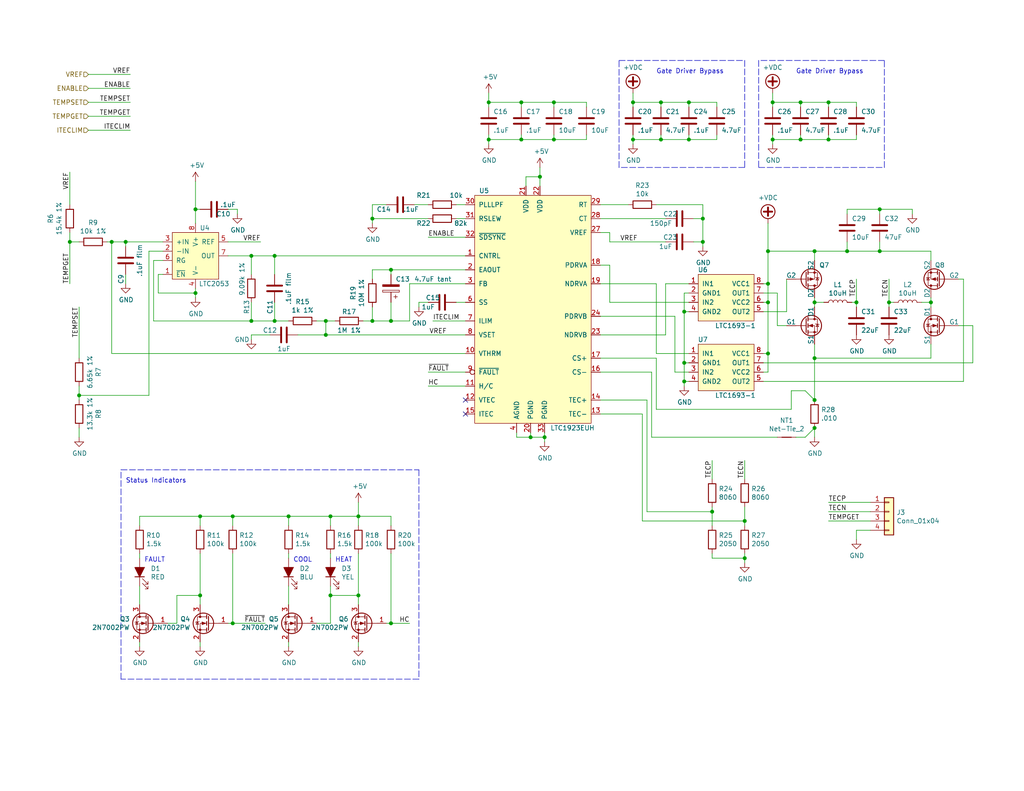
<source format=kicad_sch>
(kicad_sch (version 20211123) (generator eeschema)
  (paper "USLetter")
  (title_block (title "High Voltage / Current TEC Controller") (date "2021-05-01") (rev "A") (comment 1 "Max TEC output: 12v, 12A") (comment 2 "Temp range: -1 - 63ºC"))
  (lib_symbols
    (symbol "Connector_Generic:Conn_01x04" (pin_names (offset 1.016) hide)
      (property "Reference" "J" (at 0 5.08 0))
      (property "Value" "Conn_01x04" (at 0 -7.62 0))
      (symbol "Conn_01x04_1_1"
        (pin passive line (at -5.08 2.54 0) (length 3.81) (name "Pin_1") (number "1"))
        (pin passive line (at -5.08 0 0) (length 3.81) (name "Pin_2") (number "2"))
        (pin passive line (at -5.08 -2.54 0) (length 3.81) (name "Pin_3") (number "3"))
        (pin passive line (at -5.08 -5.08 0) (length 3.81) (name "Pin_4") (number "4"))
      )
    )
    (symbol "Device:C" (pin_numbers hide) (pin_names (offset 0.254))
      (property "Reference" "C" (at 0.635 2.54 0))
      (property "Value" "C" (at 0.635 -2.54 0))
      (symbol "C_1_1"
        (pin passive line (at 0 3.81 270) (length 2.794) (name "~") (number "1"))
        (pin passive line (at 0 -3.81 90) (length 2.794) (name "~") (number "2"))
      )
    )
    (symbol "Device:C_Polarized" (pin_numbers hide) (pin_names (offset 0.254))
      (property "Reference" "C" (at 0.635 2.54 0))
      (property "Value" "C_Polarized" (at 0.635 -2.54 0))
      (symbol "C_Polarized_1_1"
        (pin passive line (at 0 3.81 270) (length 2.794) (name "~") (number "1"))
        (pin passive line (at 0 -3.81 90) (length 2.794) (name "~") (number "2"))
      )
    )
    (symbol "Device:L" (pin_numbers hide) (pin_names (offset 1.016) hide)
      (property "Reference" "L" (at -1.27 0 90))
      (property "Value" "L" (at 1.905 0 90))
      (symbol "L_1_1"
        (pin passive line (at 0 3.81 270) (length 1.27) (name "1") (number "1"))
        (pin passive line (at 0 -3.81 90) (length 1.27) (name "2") (number "2"))
      )
    )
    (symbol "Device:LED_Filled" (pin_numbers hide) (pin_names (offset 1.016) hide)
      (property "Reference" "D" (at 0 2.54 0))
      (property "Value" "LED_Filled" (at 0 -2.54 0))
      (symbol "LED_Filled_1_1"
        (pin passive line (at -3.81 0 0) (length 2.54) (name "K") (number "1"))
        (pin passive line (at 3.81 0 180) (length 2.54) (name "A") (number "2"))
      )
    )
    (symbol "Device:NetTie_2" (pin_numbers hide) (pin_names (offset 0) hide)
      (property "Reference" "NT" (at 0 1.27 0))
      (property "Value" "NetTie_2" (at 0 -1.27 0))
      (symbol "NetTie_2_1_1"
        (pin passive line (at -2.54 0 0) (length 2.54) (name "1") (number "1"))
        (pin passive line (at 2.54 0 180) (length 2.54) (name "2") (number "2"))
      )
    )
    (symbol "Device:R" (pin_numbers hide) (pin_names (offset 0))
      (property "Reference" "R" (at 2.032 0 90))
      (property "Value" "R" (at 0 0 90))
      (symbol "R_1_1"
        (pin passive line (at 0 3.81 270) (length 1.27) (name "~") (number "1"))
        (pin passive line (at 0 -3.81 90) (length 1.27) (name "~") (number "2"))
      )
    )
    (symbol "Symbols:LTC1693-1" (pin_names (offset 1.016))
      (property "Reference" "U" (at -6.35 7.62 0))
      (property "Value" "LTC1693-1" (at 0 -7.62 0))
      (symbol "LTC1693-1_1_1"
        (pin input line (at -10.16 3.81 0) (length 2.54) (name "IN1") (number "1"))
        (pin power_in line (at -10.16 1.27 0) (length 2.54) (name "GND1") (number "2"))
        (pin input line (at -10.16 -1.27 0) (length 2.54) (name "IN2") (number "3"))
        (pin power_in line (at -10.16 -3.81 0) (length 2.54) (name "GND2") (number "4"))
        (pin output line (at 10.16 -3.81 180) (length 2.54) (name "OUT2") (number "5"))
        (pin power_in line (at 10.16 -1.27 180) (length 2.54) (name "VCC2") (number "6"))
        (pin output line (at 10.16 1.27 180) (length 2.54) (name "OUT1") (number "7"))
        (pin power_in line (at 10.16 3.81 180) (length 2.54) (name "VCC1") (number "8"))
      )
    )
    (symbol "Symbols:LTC1923EUH" (pin_names (offset 1.016))
      (property "Reference" "U" (at -12.7 33.02 0))
      (property "Value" "LTC1923EUH" (at 12.7 -33.02 0))
      (symbol "LTC1923EUH_1_1"
        (pin input line (at -17.78 15.24 0) (length 2.54) (name "CNTRL") (number "1"))
        (pin input line (at -17.78 -11.43 0) (length 2.54) (name "VTHRM") (number "10"))
        (pin open_collector line (at -17.78 -20.32 0) (length 2.54) (name "H/C") (number "11"))
        (pin output line (at -17.78 -24.13 0) (length 2.54) (name "VTEC") (number "12"))
        (pin input line (at 19.05 -27.94 180) (length 2.54) (name "TEC-") (number "13"))
        (pin input line (at 19.05 -24.13 180) (length 2.54) (name "TEC+") (number "14"))
        (pin output line (at -17.78 -27.94 0) (length 2.54) (name "ITEC") (number "15"))
        (pin input line (at 19.05 -16.51 180) (length 2.54) (name "CS-") (number "16"))
        (pin input line (at 19.05 -12.7 180) (length 2.54) (name "CS+") (number "17"))
        (pin output line (at 19.05 12.7 180) (length 2.54) (name "PDRVA") (number "18"))
        (pin output line (at 19.05 7.62 180) (length 2.54) (name "NDRVA") (number "19"))
        (pin output line (at -17.78 11.43 0) (length 2.54) (name "EAOUT") (number "2"))
        (pin power_in line (at 0 -33.02 90) (length 2.54) (name "PGND") (number "20"))
        (pin power_in line (at -1.27 34.29 270) (length 2.54) (name "VDD") (number "21"))
        (pin power_in line (at 2.54 34.29 270) (length 2.54) (name "VDD") (number "22"))
        (pin output line (at 19.05 -6.35 180) (length 2.54) (name "NDRVB") (number "23"))
        (pin output line (at 19.05 -1.27 180) (length 2.54) (name "PDRVB") (number "24"))
        (pin no_connect line (at 0 1.27 90) (length 2.54) hide (name "NC") (number "25"))
        (pin no_connect line (at 2.54 1.27 90) (length 2.54) hide (name "NC") (number "26"))
        (pin output line (at 19.05 21.59 180) (length 2.54) (name "VREF") (number "27"))
        (pin input line (at 19.05 25.4 180) (length 2.54) (name "CT") (number "28"))
        (pin input line (at 19.05 29.21 180) (length 2.54) (name "RT") (number "29"))
        (pin input line (at -17.78 7.62 0) (length 2.54) (name "FB") (number "3"))
        (pin input line (at -17.78 29.21 0) (length 2.54) (name "PLLLPF") (number "30"))
        (pin input line (at -17.78 25.4 0) (length 2.54) (name "RSLEW") (number "31"))
        (pin input line (at -17.78 20.32 0) (length 2.54) (name "~{SDSYNC}") (number "32"))
        (pin power_in line (at 3.81 -33.02 90) (length 2.54) (name "PGND") (number "33"))
        (pin power_in line (at -3.81 -33.02 90) (length 2.54) (name "AGND") (number "4"))
        (pin no_connect line (at -2.54 1.27 90) (length 2.54) hide (name "NC") (number "5"))
        (pin input line (at -17.78 2.54 0) (length 2.54) (name "SS") (number "6"))
        (pin input line (at -17.78 -2.54 0) (length 2.54) (name "ILIM") (number "7"))
        (pin input line (at -17.78 -6.35 0) (length 2.54) (name "VSET") (number "8"))
        (pin open_collector inverted (at -17.78 -16.51 0) (length 2.54) (name "~{FAULT}") (number "9"))
      )
    )
    (symbol "Symbols:LTC2053" (pin_names (offset 1.016))
      (property "Reference" "U" (at -5.08 7.62 0))
      (property "Value" "LTC2053" (at 5.08 -7.62 0))
      (symbol "LTC2053_1_1"
        (pin input line (at -8.89 -5.08 0) (length 2.54) (name "~{EN}") (number "1"))
        (pin input line (at -8.89 1.27 0) (length 2.54) (name "-IN") (number "2"))
        (pin input line (at -8.89 3.81 0) (length 2.54) (name "+IN") (number "3"))
        (pin power_in line (at 0 -8.89 90) (length 2.54) (name "V-") (number "4"))
        (pin input line (at 8.89 3.81 180) (length 2.54) (name "REF") (number "5"))
        (pin input line (at -8.89 -1.27 0) (length 2.54) (name "RG") (number "6"))
        (pin output line (at 8.89 0 180) (length 2.54) (name "OUT") (number "7"))
        (pin power_in line (at 0 8.89 270) (length 2.54) (name "V+") (number "8"))
      )
    )
    (symbol "Symbols:SQJ504EP" (pin_numbers hide) (pin_names (offset 0))
      (property "Reference" "Q" (at -3.81 -5.08 0))
      (property "Value" "SQJ504EP" (at -7.62 2.54 0))
      (symbol "SQJ504EP_1_1"
        (pin passive line (at 1.27 -12.7 90) (length 2.54) (name "S1") (number "1"))
        (pin input line (at -6.35 -7.62 0) (length 2.54) (name "G1") (number "2"))
        (pin passive line (at 1.27 10.16 270) (length 2.54) (name "S2") (number "3"))
        (pin input line (at -6.35 5.08 0) (length 2.54) (name "G2") (number "4"))
        (pin passive line (at 1.27 -2.54 270) (length 2.54) (name "D1") (number "5"))
        (pin passive line (at 1.27 0 90) (length 2.54) (name "D2") (number "6"))
      )
    )
    (symbol "Transistor_FET:2N7002" (pin_names hide)
      (property "Reference" "Q" (at 5.08 1.905 0))
      (property "Value" "2N7002" (at 5.08 0 0))
      (symbol "2N7002_1_1"
        (pin input line (at -5.08 0 0) (length 2.54) (name "G") (number "1"))
        (pin passive line (at 2.54 -5.08 90) (length 2.54) (name "S") (number "2"))
        (pin passive line (at 2.54 5.08 270) (length 2.54) (name "D") (number "3"))
      )
    )
    (symbol "power:+5V" (power) (pin_names (offset 0))
      (property "Value" "+5V" (at 0 3.556 0))
      (symbol "+5V_1_1"
        (pin power_in line (at 0 0 90) (length 0) hide (name "+5V") (number "1"))
      )
    )
    (symbol "power:+VDC" (power) (pin_names (offset 0))
      (property "Value" "+VDC" (at 0 6.35 0))
      (symbol "+VDC_1_1"
        (pin power_in line (at 0 0 90) (length 0) hide (name "+VDC") (number "1"))
      )
    )
    (symbol "power:GND" (power) (pin_names (offset 0))
      (property "Value" "GND" (at 0 -3.81 0))
      (symbol "GND_1_1"
        (pin power_in line (at 0 0 270) (length 0) hide (name "GND") (number "1"))
      )
    )
  )
  (junction (at 172.72 27.94))
  (junction (at 21.59 107.95))
  (junction (at 194.31 139.7))
  (junction (at 142.24 38.1))
  (junction (at 90.17 140.97))
  (junction (at 191.77 59.69))
  (junction (at 106.68 170.18))
  (junction (at 180.34 27.94))
  (junction (at 148.59 119.38))
  (junction (at 231.14 68.58))
  (junction (at 88.9 91.44))
  (junction (at 54.61 140.97))
  (junction (at 187.96 27.94))
  (junction (at 222.25 116.84))
  (junction (at 187.96 38.1))
  (junction (at 54.61 162.56))
  (junction (at 106.68 73.66))
  (junction (at 226.06 27.94))
  (junction (at 78.74 140.97))
  (junction (at 133.35 38.1))
  (junction (at 63.5 170.18))
  (junction (at 203.2 142.24))
  (junction (at 186.69 99.06))
  (junction (at 90.17 162.56))
  (junction (at 254 82.55))
  (junction (at 53.34 80.01))
  (junction (at 191.77 66.04))
  (junction (at 97.79 140.97))
  (junction (at 133.35 27.94))
  (junction (at 210.82 38.1))
  (junction (at 97.79 162.56))
  (junction (at 240.03 57.15))
  (junction (at 222.25 97.79))
  (junction (at 218.44 38.1))
  (junction (at 209.55 96.52))
  (junction (at 222.25 82.55))
  (junction (at 68.58 69.85))
  (junction (at 88.9 87.63))
  (junction (at 203.2 152.4))
  (junction (at 209.55 77.47))
  (junction (at 53.34 57.15))
  (junction (at 186.69 104.14))
  (junction (at 209.55 82.55))
  (junction (at 240.03 68.58))
  (junction (at 34.29 66.04))
  (junction (at 222.25 68.58))
  (junction (at 242.57 82.55))
  (junction (at 210.82 27.94))
  (junction (at 68.58 87.63))
  (junction (at 180.34 38.1))
  (junction (at 142.24 27.94))
  (junction (at 74.93 87.63))
  (junction (at 101.6 59.69))
  (junction (at 144.78 119.38))
  (junction (at 30.48 66.04))
  (junction (at 186.69 85.09))
  (junction (at 19.05 66.04))
  (junction (at 226.06 38.1))
  (junction (at 233.68 82.55))
  (junction (at 218.44 27.94))
  (junction (at 74.93 69.85))
  (junction (at 151.13 38.1))
  (junction (at 172.72 38.1))
  (junction (at 209.55 68.58))
  (junction (at 63.5 140.97))
  (junction (at 147.32 48.26))
  (junction (at 101.6 87.63))
  (junction (at 222.25 109.22))
  (junction (at 151.13 27.94))
  (junction (at 106.68 87.63))
  (no_connect (at 127 109.22))
  (no_connect (at 127 113.03))
  (wire (pts (xy 144.78 119.38) (xy 140.97 119.38)))
  (wire (pts (xy 233.68 82.55) (xy 233.68 83.82)))
  (wire (pts (xy 210.82 39.37) (xy 210.82 38.1)))
  (wire (pts (xy 179.07 96.52) (xy 187.96 96.52)))
  (wire (pts (xy 54.61 176.53) (xy 54.61 175.26)))
  (wire (pts (xy 210.82 38.1) (xy 218.44 38.1)))
  (wire (pts (xy 214.63 85.09) (xy 214.63 76.2)))
  (wire (pts (xy 172.72 39.37) (xy 172.72 38.1)))
  (wire (pts (xy 240.03 58.42) (xy 240.03 57.15)))
  (wire (pts (xy 186.69 104.14) (xy 186.69 99.06)))
  (wire (pts (xy 172.72 29.21) (xy 172.72 27.94)))
  (wire (pts (xy 111.76 77.47) (xy 111.76 87.63)))
  (wire (pts (xy 176.53 109.22) (xy 176.53 139.7)))
  (wire (pts (xy 218.44 38.1) (xy 218.44 36.83)))
  (wire (pts (xy 133.35 27.94) (xy 133.35 29.21)))
  (wire (pts (xy 222.25 68.58) (xy 231.14 68.58)))
  (wire (pts (xy 99.06 87.63) (xy 101.6 87.63)))
  (wire (pts (xy 222.25 109.22) (xy 222.25 97.79)))
  (wire (pts (xy 127 101.6) (xy 116.84 101.6)))
  (polyline (pts (xy 168.91 45.72) (xy 168.91 16.51)))
  (wire (pts (xy 187.96 99.06) (xy 186.69 99.06)))
  (wire (pts (xy 187.96 85.09) (xy 186.69 85.09)))
  (wire (pts (xy 45.72 170.18) (xy 48.26 170.18)))
  (polyline (pts (xy 203.2 16.51) (xy 203.2 45.72)))
  (wire (pts (xy 242.57 82.55) (xy 242.57 76.2)))
  (polyline (pts (xy 33.02 185.42) (xy 33.02 128.27)))
  (wire (pts (xy 191.77 55.88) (xy 191.77 59.69)))
  (wire (pts (xy 254 97.79) (xy 254 93.98)))
  (wire (pts (xy 177.8 101.6) (xy 163.83 101.6)))
  (wire (pts (xy 148.59 119.38) (xy 148.59 120.65)))
  (wire (pts (xy 38.1 151.13) (xy 38.1 152.4)))
  (wire (pts (xy 177.8 119.38) (xy 177.8 101.6)))
  (wire (pts (xy 186.69 99.06) (xy 186.69 85.09)))
  (wire (pts (xy 88.9 87.63) (xy 88.9 91.44)))
  (wire (pts (xy 53.34 57.15) (xy 53.34 49.53)))
  (wire (pts (xy 222.25 93.98) (xy 222.25 97.79)))
  (wire (pts (xy 163.83 63.5) (xy 166.37 63.5)))
  (wire (pts (xy 226.06 36.83) (xy 226.06 38.1)))
  (wire (pts (xy 163.83 113.03) (xy 175.26 113.03)))
  (wire (pts (xy 133.35 38.1) (xy 133.35 39.37)))
  (wire (pts (xy 127 105.41) (xy 116.84 105.41)))
  (wire (pts (xy 127 73.66) (xy 106.68 73.66)))
  (wire (pts (xy 203.2 142.24) (xy 203.2 143.51)))
  (wire (pts (xy 34.29 66.04) (xy 44.45 66.04)))
  (wire (pts (xy 203.2 138.43) (xy 203.2 142.24)))
  (wire (pts (xy 142.24 36.83) (xy 142.24 38.1)))
  (wire (pts (xy 78.74 140.97) (xy 63.5 140.97)))
  (wire (pts (xy 106.68 151.13) (xy 106.68 170.18)))
  (wire (pts (xy 208.28 82.55) (xy 209.55 82.55)))
  (wire (pts (xy 74.93 69.85) (xy 127 69.85)))
  (wire (pts (xy 208.28 77.47) (xy 209.55 77.47)))
  (wire (pts (xy 78.74 143.51) (xy 78.74 140.97)))
  (wire (pts (xy 105.41 170.18) (xy 106.68 170.18)))
  (wire (pts (xy 194.31 130.81) (xy 194.31 125.73)))
  (wire (pts (xy 231.14 68.58) (xy 231.14 66.04)))
  (wire (pts (xy 160.02 27.94) (xy 160.02 29.21)))
  (wire (pts (xy 208.28 85.09) (xy 214.63 85.09)))
  (wire (pts (xy 19.05 66.04) (xy 21.59 66.04)))
  (wire (pts (xy 187.96 38.1) (xy 195.58 38.1)))
  (wire (pts (xy 151.13 38.1) (xy 160.02 38.1)))
  (wire (pts (xy 54.61 143.51) (xy 54.61 140.97)))
  (wire (pts (xy 195.58 38.1) (xy 195.58 36.83)))
  (wire (pts (xy 21.59 105.41) (xy 21.59 107.95)))
  (wire (pts (xy 187.96 38.1) (xy 180.34 38.1)))
  (wire (pts (xy 74.93 87.63) (xy 78.74 87.63)))
  (wire (pts (xy 151.13 36.83) (xy 151.13 38.1)))
  (wire (pts (xy 140.97 119.38) (xy 140.97 118.11)))
  (wire (pts (xy 233.68 144.78) (xy 233.68 147.32)))
  (wire (pts (xy 179.07 97.79) (xy 179.07 111.76)))
  (wire (pts (xy 41.91 87.63) (xy 68.58 87.63)))
  (wire (pts (xy 212.09 80.01) (xy 212.09 88.9)))
  (wire (pts (xy 222.25 116.84) (xy 219.71 119.38)))
  (wire (pts (xy 133.35 36.83) (xy 133.35 38.1)))
  (wire (pts (xy 44.45 74.93) (xy 43.18 74.93)))
  (wire (pts (xy 133.35 38.1) (xy 142.24 38.1)))
  (wire (pts (xy 62.23 69.85) (xy 68.58 69.85)))
  (wire (pts (xy 186.69 105.41) (xy 186.69 104.14)))
  (wire (pts (xy 116.84 64.77) (xy 127 64.77)))
  (wire (pts (xy 265.43 88.9) (xy 265.43 99.06)))
  (wire (pts (xy 181.61 66.04) (xy 166.37 66.04)))
  (polyline (pts (xy 168.91 16.51) (xy 203.2 16.51)))
  (wire (pts (xy 53.34 80.01) (xy 53.34 81.28)))
  (wire (pts (xy 63.5 140.97) (xy 54.61 140.97)))
  (wire (pts (xy 209.55 96.52) (xy 209.55 101.6)))
  (wire (pts (xy 226.06 139.7) (xy 237.49 139.7)))
  (wire (pts (xy 231.14 68.58) (xy 240.03 68.58)))
  (wire (pts (xy 203.2 152.4) (xy 203.2 151.13)))
  (wire (pts (xy 226.06 38.1) (xy 233.68 38.1)))
  (wire (pts (xy 54.61 162.56) (xy 54.61 165.1)))
  (wire (pts (xy 184.15 101.6) (xy 187.96 101.6)))
  (wire (pts (xy 68.58 91.44) (xy 68.58 92.71)))
  (wire (pts (xy 147.32 50.8) (xy 147.32 48.26)))
  (wire (pts (xy 187.96 36.83) (xy 187.96 38.1)))
  (wire (pts (xy 97.79 140.97) (xy 97.79 137.16)))
  (wire (pts (xy 148.59 119.38) (xy 144.78 119.38)))
  (wire (pts (xy 189.23 59.69) (xy 191.77 59.69)))
  (wire (pts (xy 148.59 118.11) (xy 148.59 119.38)))
  (wire (pts (xy 147.32 48.26) (xy 147.32 45.72)))
  (wire (pts (xy 48.26 162.56) (xy 54.61 162.56)))
  (wire (pts (xy 254 68.58) (xy 254 71.12)))
  (polyline (pts (xy 33.02 128.27) (xy 114.3 128.27)))
  (wire (pts (xy 97.79 176.53) (xy 97.79 175.26)))
  (wire (pts (xy 163.83 97.79) (xy 179.07 97.79)))
  (wire (pts (xy 151.13 27.94) (xy 160.02 27.94)))
  (wire (pts (xy 233.68 82.55) (xy 233.68 76.2)))
  (wire (pts (xy 222.25 97.79) (xy 254 97.79)))
  (wire (pts (xy 127 77.47) (xy 111.76 77.47)))
  (wire (pts (xy 175.26 113.03) (xy 175.26 142.24)))
  (wire (pts (xy 63.5 143.51) (xy 63.5 140.97)))
  (wire (pts (xy 142.24 27.94) (xy 151.13 27.94)))
  (wire (pts (xy 90.17 152.4) (xy 90.17 151.13)))
  (wire (pts (xy 254 82.55) (xy 254 83.82)))
  (wire (pts (xy 106.68 87.63) (xy 111.76 87.63)))
  (wire (pts (xy 212.09 88.9) (xy 214.63 88.9)))
  (wire (pts (xy 133.35 27.94) (xy 142.24 27.94)))
  (wire (pts (xy 187.96 104.14) (xy 186.69 104.14)))
  (wire (pts (xy 203.2 153.67) (xy 203.2 152.4)))
  (wire (pts (xy 90.17 140.97) (xy 97.79 140.97)))
  (wire (pts (xy 90.17 170.18) (xy 90.17 162.56)))
  (wire (pts (xy 226.06 142.24) (xy 237.49 142.24)))
  (wire (pts (xy 62.23 170.18) (xy 63.5 170.18)))
  (polyline (pts (xy 203.2 45.72) (xy 168.91 45.72)))
  (wire (pts (xy 97.79 162.56) (xy 97.79 165.1)))
  (wire (pts (xy 24.13 31.75) (xy 35.56 31.75)))
  (wire (pts (xy 19.05 63.5) (xy 19.05 66.04)))
  (wire (pts (xy 21.59 107.95) (xy 40.64 107.95)))
  (wire (pts (xy 101.6 55.88) (xy 101.6 59.69)))
  (wire (pts (xy 38.1 176.53) (xy 38.1 175.26)))
  (wire (pts (xy 222.25 119.38) (xy 222.25 116.84)))
  (wire (pts (xy 106.68 140.97) (xy 97.79 140.97)))
  (wire (pts (xy 209.55 82.55) (xy 209.55 77.47)))
  (wire (pts (xy 106.68 170.18) (xy 111.76 170.18)))
  (wire (pts (xy 215.9 111.76) (xy 215.9 106.68)))
  (wire (pts (xy 251.46 82.55) (xy 254 82.55)))
  (wire (pts (xy 231.14 57.15) (xy 240.03 57.15)))
  (wire (pts (xy 63.5 170.18) (xy 72.39 170.18)))
  (polyline (pts (xy 114.3 185.42) (xy 33.02 185.42)))
  (wire (pts (xy 97.79 151.13) (xy 97.79 162.56)))
  (wire (pts (xy 184.15 86.36) (xy 163.83 86.36)))
  (wire (pts (xy 90.17 160.02) (xy 90.17 162.56)))
  (wire (pts (xy 186.69 85.09) (xy 186.69 80.01)))
  (wire (pts (xy 172.72 36.83) (xy 172.72 38.1)))
  (wire (pts (xy 240.03 66.04) (xy 240.03 68.58)))
  (wire (pts (xy 179.07 96.52) (xy 179.07 77.47)))
  (wire (pts (xy 172.72 27.94) (xy 172.72 25.4)))
  (wire (pts (xy 194.31 138.43) (xy 194.31 139.7)))
  (wire (pts (xy 203.2 130.81) (xy 203.2 125.73)))
  (wire (pts (xy 222.25 82.55) (xy 224.79 82.55)))
  (wire (pts (xy 209.55 68.58) (xy 222.25 68.58)))
  (wire (pts (xy 151.13 29.21) (xy 151.13 27.94)))
  (wire (pts (xy 97.79 143.51) (xy 97.79 140.97)))
  (wire (pts (xy 68.58 87.63) (xy 74.93 87.63)))
  (wire (pts (xy 44.45 71.12) (xy 41.91 71.12)))
  (wire (pts (xy 88.9 87.63) (xy 91.44 87.63)))
  (wire (pts (xy 144.78 118.11) (xy 144.78 119.38)))
  (wire (pts (xy 176.53 139.7) (xy 194.31 139.7)))
  (wire (pts (xy 101.6 87.63) (xy 106.68 87.63)))
  (wire (pts (xy 54.61 151.13) (xy 54.61 162.56)))
  (wire (pts (xy 127 82.55) (xy 124.46 82.55)))
  (wire (pts (xy 262.89 104.14) (xy 208.28 104.14)))
  (wire (pts (xy 106.68 143.51) (xy 106.68 140.97)))
  (wire (pts (xy 233.68 144.78) (xy 237.49 144.78)))
  (wire (pts (xy 222.25 83.82) (xy 222.25 82.55)))
  (wire (pts (xy 43.18 80.01) (xy 53.34 80.01)))
  (wire (pts (xy 34.29 74.93) (xy 34.29 77.47)))
  (wire (pts (xy 105.41 55.88) (xy 101.6 55.88)))
  (wire (pts (xy 209.55 82.55) (xy 209.55 96.52)))
  (wire (pts (xy 194.31 152.4) (xy 203.2 152.4)))
  (wire (pts (xy 232.41 82.55) (xy 233.68 82.55)))
  (wire (pts (xy 114.3 82.55) (xy 114.3 83.82)))
  (wire (pts (xy 180.34 38.1) (xy 180.34 36.83)))
  (wire (pts (xy 116.84 55.88) (xy 113.03 55.88)))
  (wire (pts (xy 40.64 68.58) (xy 44.45 68.58)))
  (wire (pts (xy 30.48 96.52) (xy 30.48 66.04)))
  (wire (pts (xy 133.35 27.94) (xy 133.35 25.4)))
  (wire (pts (xy 86.36 170.18) (xy 90.17 170.18)))
  (wire (pts (xy 48.26 170.18) (xy 48.26 162.56)))
  (wire (pts (xy 40.64 68.58) (xy 40.64 107.95)))
  (wire (pts (xy 166.37 66.04) (xy 166.37 63.5)))
  (wire (pts (xy 127 87.63) (xy 118.11 87.63)))
  (wire (pts (xy 181.61 91.44) (xy 163.83 91.44)))
  (wire (pts (xy 54.61 140.97) (xy 38.1 140.97)))
  (wire (pts (xy 53.34 78.74) (xy 53.34 80.01)))
  (polyline (pts (xy 241.3 45.72) (xy 241.3 16.51)))
  (wire (pts (xy 208.28 80.01) (xy 212.09 80.01)))
  (wire (pts (xy 29.21 66.04) (xy 30.48 66.04)))
  (wire (pts (xy 68.58 82.55) (xy 68.58 87.63)))
  (wire (pts (xy 127 59.69) (xy 124.46 59.69)))
  (wire (pts (xy 142.24 29.21) (xy 142.24 27.94)))
  (wire (pts (xy 226.06 27.94) (xy 226.06 29.21)))
  (wire (pts (xy 233.68 38.1) (xy 233.68 36.83)))
  (polyline (pts (xy 114.3 128.27) (xy 114.3 185.42)))
  (wire (pts (xy 166.37 82.55) (xy 187.96 82.55)))
  (wire (pts (xy 147.32 48.26) (xy 143.51 48.26)))
  (wire (pts (xy 189.23 66.04) (xy 191.77 66.04)))
  (wire (pts (xy 194.31 139.7) (xy 194.31 143.51)))
  (wire (pts (xy 30.48 66.04) (xy 34.29 66.04)))
  (wire (pts (xy 106.68 73.66) (xy 101.6 73.66)))
  (wire (pts (xy 21.59 116.84) (xy 21.59 119.38)))
  (wire (pts (xy 127 96.52) (xy 30.48 96.52)))
  (wire (pts (xy 143.51 48.26) (xy 143.51 50.8)))
  (wire (pts (xy 237.49 137.16) (xy 226.06 137.16)))
  (wire (pts (xy 53.34 57.15) (xy 54.61 57.15)))
  (wire (pts (xy 127 55.88) (xy 124.46 55.88)))
  (wire (pts (xy 219.71 119.38) (xy 217.17 119.38)))
  (wire (pts (xy 106.68 74.93) (xy 106.68 73.66)))
  (wire (pts (xy 226.06 38.1) (xy 218.44 38.1)))
  (wire (pts (xy 212.09 119.38) (xy 177.8 119.38)))
  (wire (pts (xy 166.37 82.55) (xy 166.37 72.39)))
  (wire (pts (xy 38.1 140.97) (xy 38.1 143.51)))
  (wire (pts (xy 248.92 57.15) (xy 248.92 58.42)))
  (wire (pts (xy 218.44 27.94) (xy 218.44 29.21)))
  (wire (pts (xy 218.44 27.94) (xy 226.06 27.94)))
  (wire (pts (xy 240.03 57.15) (xy 248.92 57.15)))
  (wire (pts (xy 62.23 66.04) (xy 71.12 66.04)))
  (wire (pts (xy 166.37 72.39) (xy 163.83 72.39)))
  (wire (pts (xy 34.29 67.31) (xy 34.29 66.04)))
  (wire (pts (xy 209.55 68.58) (xy 209.55 60.96)))
  (wire (pts (xy 175.26 142.24) (xy 203.2 142.24)))
  (wire (pts (xy 64.77 57.15) (xy 64.77 58.42)))
  (wire (pts (xy 186.69 80.01) (xy 187.96 80.01)))
  (wire (pts (xy 24.13 35.56) (xy 35.56 35.56)))
  (wire (pts (xy 209.55 77.47) (xy 209.55 68.58)))
  (wire (pts (xy 106.68 82.55) (xy 106.68 87.63)))
  (wire (pts (xy 63.5 151.13) (xy 63.5 170.18)))
  (wire (pts (xy 242.57 83.82) (xy 242.57 82.55)))
  (wire (pts (xy 262.89 76.2) (xy 262.89 104.14)))
  (wire (pts (xy 163.83 55.88) (xy 171.45 55.88)))
  (wire (pts (xy 74.93 74.93) (xy 74.93 69.85)))
  (wire (pts (xy 231.14 58.42) (xy 231.14 57.15)))
  (wire (pts (xy 68.58 69.85) (xy 74.93 69.85)))
  (wire (pts (xy 210.82 25.4) (xy 210.82 27.94)))
  (wire (pts (xy 90.17 162.56) (xy 97.79 162.56)))
  (wire (pts (xy 222.25 82.55) (xy 222.25 81.28)))
  (wire (pts (xy 219.71 106.68) (xy 215.9 106.68)))
  (wire (pts (xy 265.43 88.9) (xy 261.62 88.9)))
  (wire (pts (xy 81.28 91.44) (xy 88.9 91.44)))
  (wire (pts (xy 187.96 29.21) (xy 187.96 27.94)))
  (wire (pts (xy 41.91 71.12) (xy 41.91 87.63)))
  (wire (pts (xy 24.13 27.94) (xy 35.56 27.94)))
  (wire (pts (xy 160.02 38.1) (xy 160.02 36.83)))
  (wire (pts (xy 180.34 27.94) (xy 187.96 27.94)))
  (wire (pts (xy 191.77 66.04) (xy 191.77 67.31)))
  (wire (pts (xy 74.93 82.55) (xy 74.93 87.63)))
  (wire (pts (xy 21.59 107.95) (xy 21.59 109.22)))
  (wire (pts (xy 116.84 82.55) (xy 114.3 82.55)))
  (polyline (pts (xy 207.01 45.72) (xy 241.3 45.72)))
  (wire (pts (xy 62.23 57.15) (xy 64.77 57.15)))
  (wire (pts (xy 101.6 59.69) (xy 101.6 60.96)))
  (wire (pts (xy 191.77 59.69) (xy 191.77 66.04)))
  (wire (pts (xy 210.82 29.21) (xy 210.82 27.94)))
  (wire (pts (xy 208.28 99.06) (xy 265.43 99.06)))
  (wire (pts (xy 73.66 91.44) (xy 68.58 91.44)))
  (wire (pts (xy 88.9 91.44) (xy 127 91.44)))
  (wire (pts (xy 222.25 109.22) (xy 219.71 106.68)))
  (wire (pts (xy 179.07 111.76) (xy 215.9 111.76)))
  (wire (pts (xy 172.72 38.1) (xy 180.34 38.1)))
  (polyline (pts (xy 241.3 16.51) (xy 207.01 16.51)))
  (wire (pts (xy 86.36 87.63) (xy 88.9 87.63)))
  (wire (pts (xy 254 81.28) (xy 254 82.55)))
  (wire (pts (xy 53.34 60.96) (xy 53.34 57.15)))
  (wire (pts (xy 78.74 176.53) (xy 78.74 175.26)))
  (wire (pts (xy 90.17 143.51) (xy 90.17 140.97)))
  (polyline (pts (xy 207.01 16.51) (xy 207.01 45.72)))
  (wire (pts (xy 210.82 36.83) (xy 210.82 38.1)))
  (wire (pts (xy 222.25 71.12) (xy 222.25 68.58)))
  (wire (pts (xy 19.05 55.88) (xy 19.05 46.99)))
  (wire (pts (xy 194.31 151.13) (xy 194.31 152.4)))
  (wire (pts (xy 163.83 109.22) (xy 176.53 109.22)))
  (wire (pts (xy 68.58 74.93) (xy 68.58 69.85)))
  (wire (pts (xy 187.96 27.94) (xy 195.58 27.94)))
  (wire (pts (xy 195.58 29.21) (xy 195.58 27.94)))
  (wire (pts (xy 101.6 83.82) (xy 101.6 87.63)))
  (wire (pts (xy 242.57 82.55) (xy 243.84 82.55)))
  (wire (pts (xy 181.61 77.47) (xy 187.96 77.47)))
  (wire (pts (xy 240.03 68.58) (xy 254 68.58)))
  (wire (pts (xy 78.74 152.4) (xy 78.74 151.13)))
  (wire (pts (xy 184.15 101.6) (xy 184.15 86.36)))
  (wire (pts (xy 38.1 160.02) (xy 38.1 165.1)))
  (wire (pts (xy 209.55 101.6) (xy 208.28 101.6)))
  (wire (pts (xy 19.05 66.04) (xy 19.05 77.47)))
  (wire (pts (xy 179.07 77.47) (xy 163.83 77.47)))
  (wire (pts (xy 21.59 83.82) (xy 21.59 97.79)))
  (wire (pts (xy 209.55 96.52) (xy 208.28 96.52)))
  (wire (pts (xy 233.68 29.21) (xy 233.68 27.94)))
  (wire (pts (xy 78.74 160.02) (xy 78.74 165.1)))
  (wire (pts (xy 180.34 29.21) (xy 180.34 27.94)))
  (wire (pts (xy 262.89 76.2) (xy 261.62 76.2)))
  (wire (pts (xy 43.18 74.93) (xy 43.18 80.01)))
  (wire (pts (xy 24.13 24.13) (xy 35.56 24.13)))
  (wire (pts (xy 181.61 77.47) (xy 181.61 91.44)))
  (wire (pts (xy 172.72 27.94) (xy 180.34 27.94)))
  (wire (pts (xy 116.84 59.69) (xy 101.6 59.69)))
  (wire (pts (xy 210.82 27.94) (xy 218.44 27.94)))
  (wire (pts (xy 226.06 27.94) (xy 233.68 27.94)))
  (wire (pts (xy 163.83 59.69) (xy 181.61 59.69)))
  (wire (pts (xy 101.6 76.2) (xy 101.6 73.66)))
  (wire (pts (xy 179.07 55.88) (xy 191.77 55.88)))
  (wire (pts (xy 24.13 20.32) (xy 35.56 20.32)))
  (wire (pts (xy 78.74 140.97) (xy 90.17 140.97)))
  (wire (pts (xy 142.24 38.1) (xy 151.13 38.1)))
  (text "Gate Driver Bypass" (at 179.07 20.32 0) (effects (font (size 1.27 1.27)) (justify left bottom)))
  (text "COOL" (at 80.01 153.67 0) (effects (font (size 1.27 1.27)) (justify left bottom)))
  (text "Gate Driver Bypass" (at 217.17 20.32 0) (effects (font (size 1.27 1.27)) (justify left bottom)))
  (text "HEAT" (at 91.44 153.67 0) (effects (font (size 1.27 1.27)) (justify left bottom)))
  (text "Status Indicators" (at 34.29 132.08 0) (effects (font (size 1.27 1.27)) (justify left bottom)))
  (text "FAULT" (at 39.37 153.67 0) (effects (font (size 1.27 1.27)) (justify left bottom)))
  (label "HC" (at 111.76 170.18 180))
  (label "~{FAULT}" (at 72.39 170.18 180))
  (label "VREF" (at 173.99 66.04 180))
  (label "TECP" (at 226.06 137.16 0))
  (label "VREF" (at 71.12 66.04 180))
  (label "TECP" (at 194.31 125.73 270))
  (label "TEMPSET" (at 21.59 83.82 270))
  (label "TECN" (at 226.06 139.7 0))
  (label "TEMPSET" (at 35.56 27.94 180))
  (label "ITECLIM" (at 118.11 87.63 0))
  (label "ENABLE" (at 116.84 64.77 0))
  (label "TEMPGET" (at 226.06 142.24 0))
  (label "VREF" (at 19.05 46.99 270))
  (label "ITECLIM" (at 35.56 35.56 180))
  (label "TECN" (at 203.2 125.73 270))
  (label "TEMPGET" (at 19.05 77.47 90))
  (label "ENABLE" (at 35.56 24.13 180))
  (label "VREF" (at 35.56 20.32 180))
  (label "TECN" (at 242.57 76.2 270))
  (label "TECP" (at 233.68 76.2 270))
  (label "HC" (at 116.84 105.41 0))
  (label "VREF" (at 121.92 91.44 180))
  (label "~{FAULT}" (at 116.84 101.6 0))
  (label "TEMPGET" (at 35.56 31.75 180))
  (hierarchical_label "ITECLIM" (shape input) (at 24.13 35.56 180))
  (hierarchical_label "ENABLE" (shape input) (at 24.13 24.13 180))
  (hierarchical_label "VREF" (shape input) (at 24.13 20.32 180))
  (hierarchical_label "TEMPGET" (shape input) (at 24.13 31.75 180))
  (hierarchical_label "TEMPSET" (shape input) (at 24.13 27.94 180))
  (symbol (lib_id "Symbols:LTC1923EUH") (at 144.78 85.09 0) (unit 1)
    (property "Reference" "U5" (at 132.08 52.07 0))
    (property "Value" "LTC1923EUH" (at 156.21 116.84 0))
    (property "Footprint" "Package_DFN_QFN:QFN-32-1EP_5x5mm_P0.5mm_EP3.45x3.45mm_ThermalVias" (effects hide))
    (property "PartNo" "LTC1923EUH#PBF" (effects hide))
  )
  (symbol (lib_id "power:GND") (at 148.59 120.65 0) (unit 1)
    (property "Reference" "#PWR042" (effects hide))
    (property "Value" "GND" (at 148.717 125.0442 0))
  )
  (symbol (lib_id "Device:C") (at 133.35 33.02 180) (unit 1)
    (property "Reference" "C16" (at 134.62 30.48 0) (effects (justify right)))
    (property "Value" ".1uF" (at 134.62 35.56 0) (effects (justify right)))
    (property "Footprint" "Capacitor_SMD:C_0805_2012Metric" (effects hide))
    (property "PartNo" "VJ0805Y104KXXAT" (effects hide))
  )
  (symbol (lib_id "power:GND") (at 133.35 39.37 0) (unit 1)
    (property "Reference" "#PWR040" (effects hide))
    (property "Value" "GND" (at 133.477 43.7642 0))
  )
  (symbol (lib_id "Symbols:LTC1693-1") (at 198.12 81.28 0) (unit 1)
    (property "Reference" "U6" (at 191.77 73.66 0))
    (property "Value" "LTC1693-1" (at 200.66 88.9 0))
    (property "Footprint" "Package_SO:SO-8_3.9x4.9mm_P1.27mm" (effects hide))
    (property "PartNo" "LTC1693-1IS8#PBF" (effects hide))
  )
  (symbol (lib_id "power:+5V") (at 147.32 45.72 0) (unit 1)
    (property "Reference" "#PWR041" (effects hide))
    (property "Value" "+5V" (at 147.701 41.3258 0))
  )
  (symbol (lib_id "Device:C") (at 142.24 33.02 180) (unit 1)
    (property "Reference" "C17" (at 143.51 30.48 0) (effects (justify right)))
    (property "Value" ".1uF" (at 143.51 35.56 0) (effects (justify right)))
    (property "Footprint" "Capacitor_SMD:C_0805_2012Metric" (effects hide))
    (property "PartNo" "VJ0805Y104KXXAT" (effects hide))
  )
  (symbol (lib_id "Device:C") (at 151.13 33.02 180) (unit 1)
    (property "Reference" "C18" (at 152.4 30.48 0) (effects (justify right)))
    (property "Value" "10uF" (at 152.4 35.56 0) (effects (justify right)))
    (property "Footprint" "Capacitor_SMD:C_0805_2012Metric" (effects hide))
    (property "PartNo" "C2012X7S1E106K125AE" (effects hide))
  )
  (symbol (lib_id "Device:C") (at 160.02 33.02 180) (unit 1)
    (property "Reference" "C19" (at 161.29 30.48 0) (effects (justify right)))
    (property "Value" "10uF" (at 161.29 35.56 0) (effects (justify right)))
    (property "Footprint" "Capacitor_SMD:C_0805_2012Metric" (effects hide))
    (property "PartNo" "C2012X7S1E106K125AE" (effects hide))
  )
  (symbol (lib_id "power:+5V") (at 133.35 25.4 0) (unit 1)
    (property "Reference" "#PWR039" (effects hide))
    (property "Value" "+5V" (at 133.731 21.0058 0))
  )
  (symbol (lib_id "Symbols:LTC1693-1") (at 198.12 100.33 0) (unit 1)
    (property "Reference" "U7" (at 191.77 92.71 0))
    (property "Value" "LTC1693-1" (at 200.66 107.95 0))
    (property "Footprint" "Package_SO:SO-8_3.9x4.9mm_P1.27mm" (effects hide))
    (property "PartNo" "LTC1693-1IS8#PBF" (effects hide))
  )
  (symbol (lib_id "Device:R") (at 120.65 59.69 270) (unit 1)
    (property "Reference" "R22" (at 115.57 60.96 90))
    (property "Value" "82k" (at 125.73 60.96 90))
    (property "Footprint" "Resistor_SMD:R_0805_2012Metric" (effects hide))
    (property "PartNo" "ERJ-6ENF8202V" (effects hide))
  )
  (symbol (lib_id "power:GND") (at 101.6 60.96 0) (unit 1)
    (property "Reference" "#PWR037" (effects hide))
    (property "Value" "GND" (at 101.727 65.3542 0))
  )
  (symbol (lib_id "Device:C") (at 120.65 82.55 90) (unit 1)
    (property "Reference" "C15" (at 118.11 81.28 90))
    (property "Value" "1uF" (at 116.84 83.82 90))
    (property "Footprint" "Capacitor_SMD:C_0805_2012Metric" (effects hide))
    (property "PartNo" "UMF212B7105KGHT" (effects hide))
  )
  (symbol (lib_id "power:GND") (at 114.3 83.82 0) (unit 1)
    (property "Reference" "#PWR038" (effects hide))
    (property "Value" "GND" (at 114.427 88.2142 0))
  )
  (symbol (lib_id "Device:R") (at 175.26 55.88 270) (unit 1)
    (property "Reference" "R23" (at 175.26 50.6222 90))
    (property "Value" "10k" (at 175.26 52.9336 90))
    (property "Footprint" "Resistor_SMD:R_0805_2012Metric" (effects hide))
    (property "PartNo" "AC0805FR-0710KL" (effects hide))
  )
  (symbol (lib_id "Device:C") (at 185.42 59.69 90) (unit 1)
    (property "Reference" "C22" (at 182.88 58.42 90))
    (property "Value" "150pF" (at 180.34 60.96 90))
    (property "Footprint" "Capacitor_SMD:C_0805_2012Metric" (effects hide))
    (property "PartNo" "C0805C151J5GACTU" (effects hide))
  )
  (symbol (lib_id "power:GND") (at 191.77 67.31 0) (unit 1)
    (property "Reference" "#PWR046" (effects hide))
    (property "Value" "GND" (at 191.897 71.7042 0))
  )
  (symbol (lib_id "power:GND") (at 186.69 105.41 0) (unit 1)
    (property "Reference" "#PWR045" (effects hide))
    (property "Value" "GND" (at 186.817 109.8042 0))
  )
  (symbol (lib_id "Device:C") (at 185.42 66.04 90) (unit 1)
    (property "Reference" "C23" (at 182.88 64.77 90))
    (property "Value" "1uF" (at 181.61 67.31 90))
    (property "Footprint" "Capacitor_SMD:C_0805_2012Metric" (effects hide))
    (property "PartNo" "UMF212B7105KGHT" (effects hide))
  )
  (symbol (lib_id "power:GND") (at 97.79 176.53 0) (unit 1)
    (property "Reference" "#PWR036" (effects hide))
    (property "Value" "GND" (at 97.917 180.9242 0))
  )
  (symbol (lib_id "power:GND") (at 78.74 176.53 0) (unit 1)
    (property "Reference" "#PWR034" (effects hide))
    (property "Value" "GND" (at 78.867 180.9242 0))
  )
  (symbol (lib_id "Device:LED_Filled") (at 90.17 156.21 90) (unit 1)
    (property "Reference" "D3" (at 93.1672 155.2194 90) (effects (justify right)))
    (property "Value" "YEL" (at 93.1672 157.5308 90) (effects (justify right)))
    (property "Footprint" "LED_SMD:LED_0805_2012Metric" (effects hide))
    (property "PartNo" "SM0805YCL" (effects hide))
  )
  (symbol (lib_id "Device:R") (at 97.79 147.32 180) (unit 1)
    (property "Reference" "R18" (at 99.568 146.1516 0) (effects (justify right)))
    (property "Value" "100k" (at 99.568 148.463 0) (effects (justify right)))
    (property "Footprint" "Resistor_SMD:R_0805_2012Metric" (effects hide))
    (property "PartNo" "RC0805FR-07100KL" (effects hide))
  )
  (symbol (lib_id "power:+5V") (at 97.79 137.16 0) (unit 1)
    (property "Reference" "#PWR035" (effects hide))
    (property "Value" "+5V" (at 98.171 132.7658 0))
  )
  (symbol (lib_id "Device:C") (at 172.72 33.02 180) (unit 1)
    (property "Reference" "C20" (at 173.99 30.48 0) (effects (justify right)))
    (property "Value" ".1uF" (at 173.99 35.56 0) (effects (justify right)))
    (property "Footprint" "Capacitor_SMD:C_0805_2012Metric" (effects hide))
    (property "PartNo" "VJ0805Y104KXXAT" (effects hide))
  )
  (symbol (lib_id "Device:C") (at 180.34 33.02 180) (unit 1)
    (property "Reference" "C21" (at 181.61 30.48 0) (effects (justify right)))
    (property "Value" "4.7uF" (at 181.61 35.56 0) (effects (justify right)))
    (property "Footprint" "Capacitor_SMD:C_0805_2012Metric" (effects hide))
    (property "PartNo" "C0805C475K3RACTU" (effects hide))
  )
  (symbol (lib_id "Device:C") (at 187.96 33.02 180) (unit 1)
    (property "Reference" "C24" (at 189.23 30.48 0) (effects (justify right)))
    (property "Value" ".1uF" (at 189.23 35.56 0) (effects (justify right)))
    (property "Footprint" "Capacitor_SMD:C_0805_2012Metric" (effects hide))
    (property "PartNo" "VJ0805Y104KXXAT" (effects hide))
  )
  (symbol (lib_id "Device:C") (at 195.58 33.02 180) (unit 1)
    (property "Reference" "C25" (at 196.85 30.48 0) (effects (justify right)))
    (property "Value" "4.7uF" (at 196.85 35.56 0) (effects (justify right)))
    (property "Footprint" "Capacitor_SMD:C_0805_2012Metric" (effects hide))
    (property "PartNo" "C0805C475K3RACTU" (effects hide))
  )
  (symbol (lib_id "Device:R") (at 106.68 147.32 180) (unit 1)
    (property "Reference" "R20" (at 108.458 146.1516 0) (effects (justify right)))
    (property "Value" "100k" (at 108.458 148.463 0) (effects (justify right)))
    (property "Footprint" "Resistor_SMD:R_0805_2012Metric" (effects hide))
    (property "PartNo" "RC0805FR-07100KL" (effects hide))
  )
  (symbol (lib_id "Device:R") (at 90.17 147.32 180) (unit 1)
    (property "Reference" "R16" (at 91.948 146.1516 0) (effects (justify right)))
    (property "Value" "1.5k" (at 91.948 148.463 0) (effects (justify right)))
    (property "Footprint" "Resistor_SMD:R_0805_2012Metric" (effects hide))
    (property "PartNo" "CR0805-FX-1501ELF" (effects hide))
  )
  (symbol (lib_id "power:GND") (at 172.72 39.37 0) (unit 1)
    (property "Reference" "#PWR044" (effects hide))
    (property "Value" "GND" (at 172.847 43.7642 0))
  )
  (symbol (lib_id "Device:LED_Filled") (at 78.74 156.21 90) (unit 1)
    (property "Reference" "D2" (at 81.7372 155.2194 90) (effects (justify right)))
    (property "Value" "BLU" (at 81.7372 157.5308 90) (effects (justify right)))
    (property "Footprint" "LED_SMD:LED_0805_2012Metric" (effects hide))
    (property "PartNo" "5973605607F" (effects hide))
  )
  (symbol (lib_id "Device:R") (at 78.74 147.32 180) (unit 1)
    (property "Reference" "R14" (at 80.518 146.1516 0) (effects (justify right)))
    (property "Value" "1.5k" (at 80.518 148.463 0) (effects (justify right)))
    (property "Footprint" "Resistor_SMD:R_0805_2012Metric" (effects hide))
    (property "PartNo" "CR0805-FX-1501ELF" (effects hide))
  )
  (symbol (lib_id "Device:C") (at 210.82 33.02 180) (unit 1)
    (property "Reference" "C26" (at 212.09 30.48 0) (effects (justify right)))
    (property "Value" ".1uF" (at 212.09 35.56 0) (effects (justify right)))
    (property "Footprint" "Capacitor_SMD:C_0805_2012Metric" (effects hide))
    (property "PartNo" "VJ0805Y104KXXAT" (effects hide))
  )
  (symbol (lib_id "Device:C") (at 218.44 33.02 180) (unit 1)
    (property "Reference" "C27" (at 219.71 30.48 0) (effects (justify right)))
    (property "Value" "4.7uF" (at 219.71 35.56 0) (effects (justify right)))
    (property "Footprint" "Capacitor_SMD:C_0805_2012Metric" (effects hide))
    (property "PartNo" "C0805C475K3RACTU" (effects hide))
  )
  (symbol (lib_id "Device:C") (at 226.06 33.02 180) (unit 1)
    (property "Reference" "C28" (at 227.33 30.48 0) (effects (justify right)))
    (property "Value" ".1uF" (at 227.33 35.56 0) (effects (justify right)))
    (property "Footprint" "Capacitor_SMD:C_0805_2012Metric" (effects hide))
    (property "PartNo" "VJ0805Y104KXXAT" (effects hide))
  )
  (symbol (lib_id "Device:C") (at 233.68 33.02 180) (unit 1)
    (property "Reference" "C30" (at 234.95 30.48 0) (effects (justify right)))
    (property "Value" "4.7uF" (at 234.95 35.56 0) (effects (justify right)))
    (property "Footprint" "Capacitor_SMD:C_0805_2012Metric" (effects hide))
    (property "PartNo" "C0805C475K3RACTU" (effects hide))
  )
  (symbol (lib_id "power:GND") (at 210.82 39.37 0) (unit 1)
    (property "Reference" "#PWR050" (effects hide))
    (property "Value" "GND" (at 210.947 43.7642 0))
  )
  (symbol (lib_id "Device:R") (at 63.5 147.32 180) (unit 1)
    (property "Reference" "R12" (at 65.278 146.1516 0) (effects (justify right)))
    (property "Value" "100k" (at 65.278 148.463 0) (effects (justify right)))
    (property "Footprint" "Resistor_SMD:R_0805_2012Metric" (effects hide))
    (property "PartNo" "RC0805FR-07100KL" (effects hide))
  )
  (symbol (lib_id "Device:R") (at 54.61 147.32 180) (unit 1)
    (property "Reference" "R11" (at 56.388 146.1516 0) (effects (justify right)))
    (property "Value" "100k" (at 56.388 148.463 0) (effects (justify right)))
    (property "Footprint" "Resistor_SMD:R_0805_2012Metric" (effects hide))
    (property "PartNo" "RC0805FR-07100KL" (effects hide))
  )
  (symbol (lib_id "power:GND") (at 54.61 176.53 0) (unit 1)
    (property "Reference" "#PWR031" (effects hide))
    (property "Value" "GND" (at 54.737 180.9242 0))
  )
  (symbol (lib_id "power:GND") (at 38.1 176.53 0) (unit 1)
    (property "Reference" "#PWR028" (effects hide))
    (property "Value" "GND" (at 38.227 180.9242 0))
  )
  (symbol (lib_id "Device:LED_Filled") (at 38.1 156.21 90) (unit 1)
    (property "Reference" "D1" (at 41.0972 155.2194 90) (effects (justify right)))
    (property "Value" "RED" (at 41.0972 157.5308 90) (effects (justify right)))
    (property "Footprint" "LED_SMD:LED_0805_2012Metric" (effects hide))
    (property "PartNo" "APT2012LSECK/J3-PRV" (effects hide))
  )
  (symbol (lib_id "Device:R") (at 38.1 147.32 180) (unit 1)
    (property "Reference" "R10" (at 39.878 146.1516 0) (effects (justify right)))
    (property "Value" "1.5k" (at 39.878 148.463 0) (effects (justify right)))
    (property "Footprint" "Resistor_SMD:R_0805_2012Metric" (effects hide))
    (property "PartNo" "CR0805-FX-1501ELF" (effects hide))
  )
  (symbol (lib_id "Symbols:SQJ504EP") (at 220.98 81.28 0) (unit 1)
    (property "Reference" "Q7" (at 223.52 72.39 0) (effects (justify left)))
    (property "Value" "SQJ504EP" (effects hide))
    (property "Footprint" "Package_SO:PowerPAK_SO-8_Dual" (effects hide))
    (property "Datasheet" "https://www.mouser.com/datasheet/2/427/sqj504ep-1766485.pdf" (effects hide))
    (property "PartNo" "SQJ504EP-T1_GE3" (effects hide))
  )
  (symbol (lib_id "Symbols:SQJ504EP") (at 255.27 81.28 0) (mirror y) (unit 1)
    (property "Reference" "Q8" (at 257.81 72.39 0) (effects (justify left)))
    (property "Value" "SQJ504EP" (effects hide))
    (property "Footprint" "Package_SO:PowerPAK_SO-8_Dual" (effects hide))
    (property "Datasheet" "https://www.mouser.com/datasheet/2/427/sqj504ep-1766485.pdf" (effects hide))
    (property "PartNo" "SQJ504EP-T1_GE3" (effects hide))
  )
  (symbol (lib_id "Device:R") (at 21.59 113.03 180) (unit 1)
    (property "Reference" "R8" (at 26.8478 113.03 90))
    (property "Value" "13.3k 1%" (at 24.5364 113.03 90))
    (property "Footprint" "Resistor_SMD:R_0805_2012Metric" (effects hide))
    (property "PartNo" "CRCW080513K3FKEA" (effects hide))
  )
  (symbol (lib_id "Device:R") (at 21.59 101.6 180) (unit 1)
    (property "Reference" "R7" (at 26.8478 101.6 90))
    (property "Value" "6.65k 1%" (at 24.5364 101.6 90))
    (property "Footprint" "Resistor_SMD:R_0805_2012Metric" (effects hide))
    (property "PartNo" "ERJ-6ENF6651V" (effects hide))
  )
  (symbol (lib_id "power:GND") (at 21.59 119.38 0) (unit 1)
    (property "Reference" "#PWR026" (effects hide))
    (property "Value" "GND" (at 21.717 123.7742 0))
  )
  (symbol (lib_id "Device:C") (at 231.14 62.23 180) (unit 1)
    (property "Reference" "C29" (at 232.41 59.69 0) (effects (justify right)))
    (property "Value" "10uF" (at 232.41 64.77 0) (effects (justify right)))
    (property "Footprint" "Capacitor_SMD:C_0805_2012Metric" (effects hide))
    (property "PartNo" "C2012X7S1E106K125AE" (effects hide))
  )
  (symbol (lib_id "Device:C") (at 240.03 62.23 180) (unit 1)
    (property "Reference" "C32" (at 241.3 59.69 0) (effects (justify right)))
    (property "Value" "47uF" (at 241.3 64.77 0) (effects (justify right)))
    (property "Footprint" "Capacitor_SMD:C_1206_3216Metric" (effects hide))
    (property "PartNo" "C3216X5R1E476M160AC" (effects hide))
  )
  (symbol (lib_id "power:GND") (at 248.92 58.42 0) (unit 1)
    (property "Reference" "#PWR055" (effects hide))
    (property "Value" "GND" (at 249.047 62.8142 0))
  )
  (symbol (lib_id "Device:L") (at 228.6 82.55 90) (unit 1)
    (property "Reference" "L1" (at 228.6 77.724 90))
    (property "Value" "10uH" (at 228.6 80.0354 90))
    (property "Footprint" "Footprints:L_Pulse_PA4343_2" (effects hide))
    (property "PartNo" "PA4343.103ANLT" (effects hide))
  )
  (symbol (lib_id "Device:L") (at 247.65 82.55 90) (unit 1)
    (property "Reference" "L2" (at 247.65 77.724 90))
    (property "Value" "10uH" (at 247.65 80.0354 90))
    (property "Footprint" "Footprints:L_Pulse_PA4343_2" (effects hide))
    (property "PartNo" "PA4343.103ANLT" (effects hide))
  )
  (symbol (lib_id "Device:C") (at 233.68 87.63 180) (unit 1)
    (property "Reference" "C31" (at 234.95 85.09 0) (effects (justify right)))
    (property "Value" "22uF" (at 234.95 90.17 0) (effects (justify right)))
    (property "Footprint" "Capacitor_SMD:C_1206_3216Metric" (effects hide))
    (property "PartNo" "12063D226MAT2A" (effects hide))
  )
  (symbol (lib_id "Device:C") (at 242.57 87.63 180) (unit 1)
    (property "Reference" "C33" (at 243.84 85.09 0) (effects (justify right)))
    (property "Value" "22uF" (at 243.84 90.17 0) (effects (justify right)))
    (property "Footprint" "Capacitor_SMD:C_1206_3216Metric" (effects hide))
    (property "PartNo" "12063D226MAT2A" (effects hide))
  )
  (symbol (lib_id "power:GND") (at 242.57 91.44 0) (unit 1)
    (property "Reference" "#PWR054" (effects hide))
    (property "Value" "GND" (at 242.697 95.8342 0))
  )
  (symbol (lib_id "power:GND") (at 233.68 91.44 0) (unit 1)
    (property "Reference" "#PWR052" (effects hide))
    (property "Value" "GND" (at 233.807 95.8342 0))
  )
  (symbol (lib_id "power:+VDC") (at 210.82 25.4 0) (unit 1)
    (property "Reference" "#PWR049" (effects hide))
    (property "Value" "+VDC" (at 210.82 18.415 0))
  )
  (symbol (lib_id "power:+VDC") (at 172.72 25.4 0) (unit 1)
    (property "Reference" "#PWR043" (effects hide))
    (property "Value" "+VDC" (at 172.72 18.415 0))
  )
  (symbol (lib_id "power:+VDC") (at 209.55 60.96 0) (unit 1)
    (property "Reference" "#PWR048" (effects hide))
    (property "Value" "+VDC" (at 209.55 53.975 0))
  )
  (symbol (lib_id "Device:R") (at 222.25 113.03 180) (unit 1)
    (property "Reference" "R28" (at 224.028 111.8616 0) (effects (justify right)))
    (property "Value" ".010" (at 224.028 114.173 0) (effects (justify right)))
    (property "Footprint" "Resistor_SMD:R_2010_5025Metric" (effects hide))
    (property "PartNo" "TLR2HWDTE10L0F75" (effects hide))
  )
  (symbol (lib_id "power:GND") (at 222.25 119.38 0) (unit 1)
    (property "Reference" "#PWR051" (effects hide))
    (property "Value" "GND" (at 222.377 123.7742 0))
  )
  (symbol (lib_id "Symbols:LTC2053") (at 53.34 69.85 0) (unit 1)
    (property "Reference" "U4" (at 55.88 62.23 0))
    (property "Value" "LTC2053" (at 58.42 77.47 0))
    (property "Footprint" "Package_SO:MSOP-8_3x3mm_P0.65mm" (effects hide))
    (property "PartNo" "LTC2053IMS8#PBF" (effects hide))
  )
  (symbol (lib_id "Device:R") (at 194.31 134.62 180) (unit 1)
    (property "Reference" "R24" (at 196.088 133.4516 0) (effects (justify right)))
    (property "Value" "8060" (at 196.088 135.763 0) (effects (justify right)))
    (property "Footprint" "Resistor_SMD:R_0805_2012Metric" (effects hide))
    (property "PartNo" "CR0805-FX-8061ELF" (effects hide))
  )
  (symbol (lib_id "Device:R") (at 203.2 134.62 180) (unit 1)
    (property "Reference" "R26" (at 204.978 133.4516 0) (effects (justify right)))
    (property "Value" "8060" (at 204.978 135.763 0) (effects (justify right)))
    (property "Footprint" "Resistor_SMD:R_0805_2012Metric" (effects hide))
    (property "PartNo" "CR0805-FX-8061ELF" (effects hide))
  )
  (symbol (lib_id "Device:R") (at 194.31 147.32 180) (unit 1)
    (property "Reference" "R25" (at 196.088 146.1516 0) (effects (justify right)))
    (property "Value" "2050" (at 196.088 148.463 0) (effects (justify right)))
    (property "Footprint" "Resistor_SMD:R_0805_2012Metric" (effects hide))
    (property "PartNo" "CR0805-FX-2051ELF" (effects hide))
  )
  (symbol (lib_id "Device:R") (at 203.2 147.32 180) (unit 1)
    (property "Reference" "R27" (at 204.978 146.1516 0) (effects (justify right)))
    (property "Value" "2050" (at 204.978 148.463 0) (effects (justify right)))
    (property "Footprint" "Resistor_SMD:R_0805_2012Metric" (effects hide))
    (property "PartNo" "CR0805-FX-2051ELF" (effects hide))
  )
  (symbol (lib_id "power:GND") (at 203.2 153.67 0) (unit 1)
    (property "Reference" "#PWR047" (effects hide))
    (property "Value" "GND" (at 203.327 158.0642 0))
  )
  (symbol (lib_id "power:+5V") (at 53.34 49.53 0) (unit 1)
    (property "Reference" "#PWR029" (effects hide))
    (property "Value" "+5V" (at 53.721 45.1358 0))
  )
  (symbol (lib_id "Device:C") (at 58.42 57.15 270) (unit 1)
    (property "Reference" "C10" (at 60.96 58.42 90))
    (property "Value" ".1uF" (at 62.23 55.88 90))
    (property "Footprint" "Capacitor_SMD:C_0805_2012Metric" (effects hide))
    (property "PartNo" "VJ0805Y104KXXAT" (effects hide))
  )
  (symbol (lib_id "power:GND") (at 64.77 58.42 0) (unit 1)
    (property "Reference" "#PWR032" (effects hide))
    (property "Value" "GND" (at 64.897 62.8142 0))
  )
  (symbol (lib_id "power:GND") (at 53.34 81.28 0) (unit 1)
    (property "Reference" "#PWR030" (effects hide))
    (property "Value" "GND" (at 53.467 85.6742 0))
  )
  (symbol (lib_id "Device:NetTie_2") (at 214.63 119.38 0) (unit 1)
    (property "Reference" "NT1" (at 214.63 114.7826 0))
    (property "Value" "Net-Tie_2" (at 214.63 117.094 0))
    (property "Footprint" "NetTie:NetTie-2_SMD_Pad0.5mm" (effects hide))
  )
  (symbol (lib_id "Device:R") (at 68.58 78.74 0) (unit 1)
    (property "Reference" "R13" (at 67.31 83.82 90))
    (property "Value" "9.09k 1%" (at 66.04 76.2 90))
    (property "Footprint" "Resistor_SMD:R_0805_2012Metric" (effects hide))
    (property "PartNo" "ERJ-6ENF9091V" (effects hide))
  )
  (symbol (lib_id "Device:C") (at 74.93 78.74 0) (unit 1)
    (property "Reference" "C11" (at 73.66 83.82 90))
    (property "Value" ".1uF film" (at 78.74 78.74 90))
    (property "Footprint" "Capacitor_SMD:C_0805_2012Metric" (effects hide))
    (property "PartNo" "FCA0805C104M-J2" (effects hide))
  )
  (symbol (lib_id "Device:C_Polarized") (at 106.68 78.74 180) (unit 1)
    (property "Reference" "C13" (at 107.95 76.2 0) (effects (justify right)))
    (property "Value" "4.7uF tant" (at 113.03 76.2 0) (effects (justify right)))
    (property "Footprint" "Capacitor_SMD:C_0805_2012Metric" (effects hide))
    (property "PartNo" "T529P475M025AAE300" (effects hide))
  )
  (symbol (lib_id "Device:R") (at 101.6 80.01 0) (unit 1)
    (property "Reference" "R19" (at 96.3422 80.01 90))
    (property "Value" "10M 1%" (at 98.6536 80.01 90))
    (property "Footprint" "Resistor_SMD:R_0805_2012Metric" (effects hide))
    (property "PartNo" "CRCW080510M0FKEAC" (effects hide))
  )
  (symbol (lib_id "Device:R") (at 95.25 87.63 270) (unit 1)
    (property "Reference" "R17" (at 95.25 85.09 90))
    (property "Value" "1M 1%" (at 95.25 90.17 90))
    (property "Footprint" "Resistor_SMD:R_0805_2012Metric" (effects hide))
    (property "PartNo" "RK73H2ARTTD1004F" (effects hide))
  )
  (symbol (lib_id "Device:R") (at 82.55 87.63 270) (unit 1)
    (property "Reference" "R15" (at 82.55 82.3722 90))
    (property "Value" "1k 1%" (at 82.55 84.6836 90))
    (property "Footprint" "Resistor_SMD:R_0805_2012Metric" (effects hide))
    (property "PartNo" "RC0805FR-071KL" (effects hide))
  )
  (symbol (lib_id "Connector_Generic:Conn_01x04") (at 242.57 139.7 0) (unit 1)
    (property "Reference" "J3" (at 244.602 139.9032 0) (effects (justify left)))
    (property "Value" "Conn_01x04" (at 244.602 142.2146 0) (effects (justify left)))
    (property "Footprint" "Connector_Molex:Molex_Nano-Fit_105313-xx04_1x04_P2.50mm_Horizontal" (effects hide))
    (property "PartNo" "105313-1304" (effects hide))
  )
  (symbol (lib_id "power:GND") (at 233.68 147.32 0) (unit 1)
    (property "Reference" "#PWR053" (effects hide))
    (property "Value" "GND" (at 233.807 151.7142 0))
  )
  (symbol (lib_id "Device:R") (at 19.05 59.69 0) (unit 1)
    (property "Reference" "R6" (at 13.7922 59.69 90))
    (property "Value" "15.4k 1%" (at 16.1036 59.69 90))
    (property "Footprint" "Resistor_SMD:R_0805_2012Metric" (effects hide))
    (property "PartNo" "ERJ-6ENF1542V" (effects hide))
  )
  (symbol (lib_id "Device:C") (at 77.47 91.44 270) (unit 1)
    (property "Reference" "C12" (at 73.66 90.17 90))
    (property "Value" "1uF" (at 77.47 95.25 90))
    (property "Footprint" "Capacitor_SMD:C_0805_2012Metric" (effects hide))
    (property "PartNo" "UMF212B7105KGHT" (effects hide))
  )
  (symbol (lib_id "power:GND") (at 68.58 92.71 0) (unit 1)
    (property "Reference" "#PWR033" (effects hide))
    (property "Value" "GND" (at 66.04 92.71 0))
  )
  (symbol (lib_id "Device:R") (at 25.4 66.04 270) (unit 1)
    (property "Reference" "R9" (at 25.4 60.7822 90))
    (property "Value" "10k 1%" (at 25.4 63.0936 90))
    (property "Footprint" "Resistor_SMD:R_0805_2012Metric" (effects hide))
    (property "PartNo" "AC0805FR-0710KL" (effects hide))
  )
  (symbol (lib_id "Device:C") (at 34.29 71.12 0) (unit 1)
    (property "Reference" "C9" (at 33.02 76.2 90))
    (property "Value" ".1uF film" (at 38.1 71.12 90))
    (property "Footprint" "Capacitor_SMD:C_0805_2012Metric" (effects hide))
    (property "PartNo" "FCA0805C104M-J2" (effects hide))
  )
  (symbol (lib_id "power:GND") (at 34.29 77.47 0) (unit 1)
    (property "Reference" "#PWR027" (effects hide))
    (property "Value" "GND" (at 34.417 81.8642 0))
  )
  (symbol (lib_id "Device:R") (at 120.65 55.88 270) (unit 1)
    (property "Reference" "R21" (at 115.57 53.34 90))
    (property "Value" "10k" (at 124.46 53.34 90))
    (property "Footprint" "Resistor_SMD:R_0805_2012Metric" (effects hide))
    (property "PartNo" "AC0805FR-0710KL" (effects hide))
  )
  (symbol (lib_id "Device:C") (at 109.22 55.88 270) (unit 1)
    (property "Reference" "C14" (at 106.68 57.15 90) (effects (justify right)))
    (property "Value" ".1uF" (at 114.3 57.15 90) (effects (justify right)))
    (property "Footprint" "Capacitor_SMD:C_0805_2012Metric" (effects hide))
    (property "PartNo" "VJ0805Y104KXXAT" (effects hide))
  )
  (symbol (lib_id "Transistor_FET:2N7002") (at 100.33 170.18 0) (mirror y) (unit 1)
    (property "Reference" "Q6" (at 95.123 169.0116 0) (effects (justify left)))
    (property "Value" "2N7002PW" (at 95.123 171.323 0) (effects (justify left)))
    (property "Footprint" "Package_TO_SOT_SMD:SOT-323_SC-70" (effects hide))
    (property "Datasheet" "https://www.onsemi.com/pub/Collateral/NDS7002A-D.PDF" (effects hide))
    (property "PartNo" "2N7002PW,115" (effects hide))
  )
  (symbol (lib_id "Transistor_FET:2N7002") (at 81.28 170.18 0) (mirror y) (unit 1)
    (property "Reference" "Q5" (at 76.073 169.0116 0) (effects (justify left)))
    (property "Value" "2N7002PW" (at 76.073 171.323 0) (effects (justify left)))
    (property "Footprint" "Package_TO_SOT_SMD:SOT-323_SC-70" (effects hide))
    (property "Datasheet" "https://www.onsemi.com/pub/Collateral/NDS7002A-D.PDF" (effects hide))
    (property "PartNo" "2N7002PW,115" (effects hide))
  )
  (symbol (lib_id "Transistor_FET:2N7002") (at 57.15 170.18 0) (mirror y) (unit 1)
    (property "Reference" "Q4" (at 51.943 169.0116 0) (effects (justify left)))
    (property "Value" "2N7002PW" (at 51.943 171.323 0) (effects (justify left)))
    (property "Footprint" "Package_TO_SOT_SMD:SOT-323_SC-70" (effects hide))
    (property "Datasheet" "https://www.onsemi.com/pub/Collateral/NDS7002A-D.PDF" (effects hide))
    (property "PartNo" "2N7002PW,115" (effects hide))
  )
  (symbol (lib_id "Transistor_FET:2N7002") (at 40.64 170.18 0) (mirror y) (unit 1)
    (property "Reference" "Q3" (at 35.433 169.0116 0) (effects (justify left)))
    (property "Value" "2N7002PW" (at 35.433 171.323 0) (effects (justify left)))
    (property "Footprint" "Package_TO_SOT_SMD:SOT-323_SC-70" (effects hide))
    (property "Datasheet" "https://www.onsemi.com/pub/Collateral/NDS7002A-D.PDF" (effects hide))
    (property "PartNo" "2N7002PW,115" (effects hide))
  )
)
</source>
